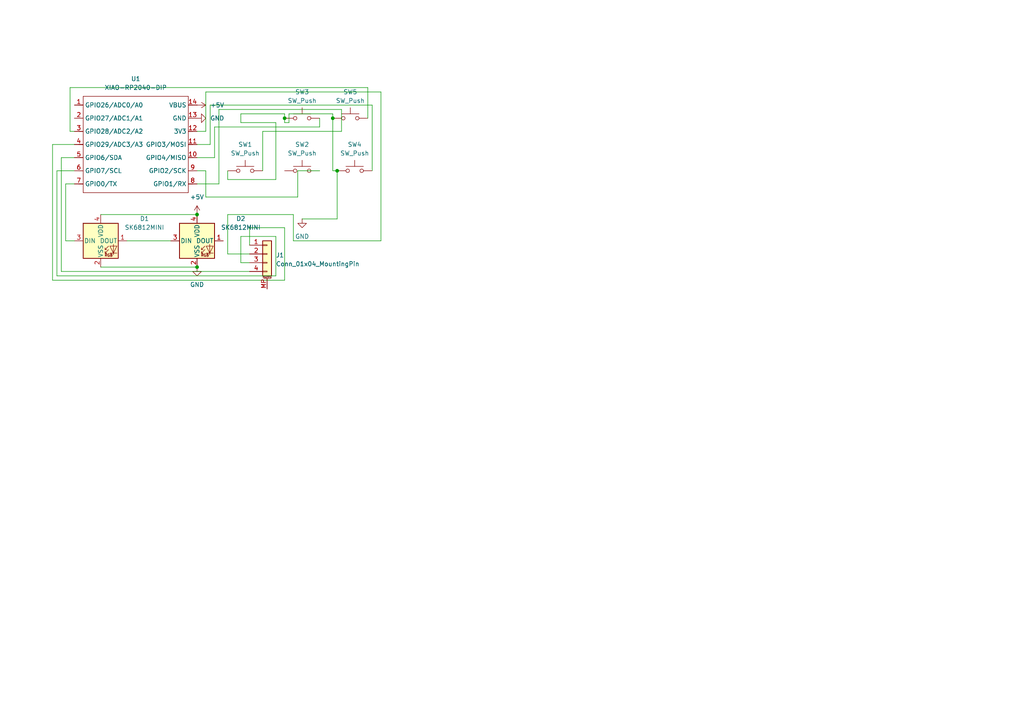
<source format=kicad_sch>
(kicad_sch (version 20250114) (generator "eeschema") (generator_version "9.0")
  (paper "A4")
  (lib_symbols
    (symbol "Connector_Generic_MountingPin:Conn_01x04_MountingPin" (pin_names (offset 1.016) (hide yes))
      (property "Reference" "J" (at 0 5.08 0))
      (property "Value" "Conn_01x04_MountingPin" (at 1.27 -7.62 0))
      (symbol "Conn_01x04_MountingPin_1_1"
        (rectangle (start -1.27 3.81) (end 1.27 -6.35) (stroke (width 0.254)) (fill (type background)))
        (rectangle (start -1.27 2.667) (end 0 2.413) (stroke (width 0.1524)))
        (rectangle (start -1.27 0.127) (end 0 -0.127) (stroke (width 0.1524)))
        (rectangle (start -1.27 -2.413) (end 0 -2.667) (stroke (width 0.1524)))
        (rectangle (start -1.27 -4.953) (end 0 -5.207) (stroke (width 0.1524)))
        (polyline (pts (xy -1.016 -7.112) (xy 1.016 -7.112)) (stroke (width 0.1524)))
        (text "Mounting" (at 0 -6.731 0) (effects (font (size 0.381 0.381))))
        (pin passive line (at -5.08 2.54 0) (length 3.81) (name "Pin_1") (number "1"))
        (pin passive line (at -5.08 0 0) (length 3.81) (name "Pin_2") (number "2"))
        (pin passive line (at -5.08 -2.54 0) (length 3.81) (name "Pin_3") (number "3"))
        (pin passive line (at -5.08 -5.08 0) (length 3.81) (name "Pin_4") (number "4"))
        (pin passive line (at 0 -10.16 90) (length 3.048) (name "MountPin") (number "MP"))
      )
    )
    (symbol "LED:SK6812MINI" (pin_names (offset 0.254))
      (property "Reference" "D" (at 5.08 5.715 0))
      (property "Value" "SK6812MINI" (at 1.27 -5.715 0))
      (symbol "SK6812MINI_0_0"
        (text "RGB" (at 2.286 -4.191 0) (effects (font (size 0.762 0.762))))
      )
      (symbol "SK6812MINI_0_1"
        (polyline (pts (xy 1.27 -2.54) (xy 1.778 -2.54)))
        (polyline (pts (xy 1.27 -3.556) (xy 1.778 -3.556)))
        (polyline (pts (xy 2.286 -1.524) (xy 1.27 -2.54) (xy 1.27 -2.032)))
        (polyline (pts (xy 2.286 -2.54) (xy 1.27 -3.556) (xy 1.27 -3.048)))
        (polyline (pts (xy 3.683 -1.016) (xy 3.683 -3.556) (xy 3.683 -4.064)))
        (polyline (pts (xy 4.699 -1.524) (xy 2.667 -1.524) (xy 3.683 -3.556) (xy 4.699 -1.524)))
        (polyline (pts (xy 4.699 -3.556) (xy 2.667 -3.556)))
        (rectangle (start 5.08 5.08) (end -5.08 -5.08) (stroke (width 0.254)) (fill (type background)))
      )
      (symbol "SK6812MINI_1_1"
        (pin input line (at -7.62 0 0) (length 2.54) (name "DIN") (number "3"))
        (pin power_in line (at 0 7.62 270) (length 2.54) (name "VDD") (number "4"))
        (pin power_in line (at 0 -7.62 90) (length 2.54) (name "VSS") (number "2"))
        (pin output line (at 7.62 0 180) (length 2.54) (name "DOUT") (number "1"))
      )
    )
    (symbol "OPL:XIAO-RP2040-DIP"
      (property "Reference" "U" (at 0 0 0))
      (property "Value" "XIAO-RP2040-DIP" (at 5.334 -1.778 0))
      (symbol "XIAO-RP2040-DIP_1_0"
        (polyline (pts (xy -1.27 -2.54) (xy 29.21 -2.54)) (stroke (width 0.1524)))
        (polyline (pts (xy -1.27 -5.08) (xy -2.54 -5.08)) (stroke (width 0.1524)))
        (polyline (pts (xy -1.27 -5.08) (xy -1.27 -2.54)) (stroke (width 0.1524)))
        (polyline (pts (xy -1.27 -8.89) (xy -2.54 -8.89)) (stroke (width 0.1524)))
        (polyline (pts (xy -1.27 -8.89) (xy -1.27 -5.08)) (stroke (width 0.1524)))
        (polyline (pts (xy -1.27 -12.7) (xy -2.54 -12.7)) (stroke (width 0.1524)))
        (polyline (pts (xy -1.27 -12.7) (xy -1.27 -8.89)) (stroke (width 0.1524)))
        (polyline (pts (xy -1.27 -16.51) (xy -2.54 -16.51)) (stroke (width 0.1524)))
        (polyline (pts (xy -1.27 -16.51) (xy -1.27 -12.7)) (stroke (width 0.1524)))
        (polyline (pts (xy -1.27 -20.32) (xy -2.54 -20.32)) (stroke (width 0.1524)))
        (polyline (pts (xy -1.27 -24.13) (xy -2.54 -24.13)) (stroke (width 0.1524)))
        (polyline (pts (xy -1.27 -27.94) (xy -2.54 -27.94)) (stroke (width 0.1524)))
        (polyline (pts (xy -1.27 -30.48) (xy -1.27 -16.51)) (stroke (width 0.1524)))
        (polyline (pts (xy 29.21 -2.54) (xy 29.21 -5.08)) (stroke (width 0.1524)))
        (polyline (pts (xy 29.21 -5.08) (xy 29.21 -8.89)) (stroke (width 0.1524)))
        (polyline (pts (xy 29.21 -8.89) (xy 29.21 -12.7)) (stroke (width 0.1524)))
        (polyline (pts (xy 29.21 -12.7) (xy 29.21 -30.48)) (stroke (width 0.1524)))
        (polyline (pts (xy 29.21 -30.48) (xy -1.27 -30.48)) (stroke (width 0.1524)))
        (polyline (pts (xy 30.48 -5.08) (xy 29.21 -5.08)) (stroke (width 0.1524)))
        (polyline (pts (xy 30.48 -8.89) (xy 29.21 -8.89)) (stroke (width 0.1524)))
        (polyline (pts (xy 30.48 -12.7) (xy 29.21 -12.7)) (stroke (width 0.1524)))
        (polyline (pts (xy 30.48 -16.51) (xy 29.21 -16.51)) (stroke (width 0.1524)))
        (polyline (pts (xy 30.48 -20.32) (xy 29.21 -20.32)) (stroke (width 0.1524)))
        (polyline (pts (xy 30.48 -24.13) (xy 29.21 -24.13)) (stroke (width 0.1524)))
        (polyline (pts (xy 30.48 -27.94) (xy 29.21 -27.94)) (stroke (width 0.1524)))
        (pin passive line (at -3.81 -5.08 0) (length 2.54) (name "GPIO26/ADC0/A0") (number "1"))
        (pin passive line (at -3.81 -8.89 0) (length 2.54) (name "GPIO27/ADC1/A1") (number "2"))
        (pin passive line (at -3.81 -12.7 0) (length 2.54) (name "GPIO28/ADC2/A2") (number "3"))
        (pin passive line (at -3.81 -16.51 0) (length 2.54) (name "GPIO29/ADC3/A3") (number "4"))
        (pin passive line (at -3.81 -20.32 0) (length 2.54) (name "GPIO6/SDA") (number "5"))
        (pin passive line (at -3.81 -24.13 0) (length 2.54) (name "GPIO7/SCL") (number "6"))
        (pin passive line (at -3.81 -27.94 0) (length 2.54) (name "GPIO0/TX") (number "7"))
        (pin passive line (at 31.75 -5.08 180) (length 2.54) (name "VBUS") (number "14"))
        (pin passive line (at 31.75 -8.89 180) (length 2.54) (name "GND") (number "13"))
        (pin passive line (at 31.75 -12.7 180) (length 2.54) (name "3V3") (number "12"))
        (pin passive line (at 31.75 -16.51 180) (length 2.54) (name "GPIO3/MOSI") (number "11"))
        (pin passive line (at 31.75 -20.32 180) (length 2.54) (name "GPIO4/MISO") (number "10"))
        (pin passive line (at 31.75 -24.13 180) (length 2.54) (name "GPIO2/SCK") (number "9"))
        (pin passive line (at 31.75 -27.94 180) (length 2.54) (name "GPIO1/RX") (number "8"))
      )
    )
    (symbol "Switch:SW_Push" (pin_numbers (hide yes)) (pin_names (offset 1.016) (hide yes))
      (property "Reference" "SW" (at 1.27 2.54 0))
      (property "Value" "SW_Push" (at 0 -1.524 0))
      (symbol "SW_Push_0_1"
        (circle (center -2.032 0) (radius 0.508))
        (polyline (pts (xy 0 1.27) (xy 0 3.048)))
        (circle (center 2.032 0) (radius 0.508))
        (polyline (pts (xy 2.54 1.27) (xy -2.54 1.27)))
        (pin passive line (at -5.08 0 0) (length 2.54) (name "1") (number "1"))
        (pin passive line (at 5.08 0 180) (length 2.54) (name "2") (number "2"))
      )
    )
    (symbol "power:+5V" (power) (pin_numbers (hide yes)) (pin_names (offset 0) (hide yes))
      (property "Value" "+5V" (at 0 3.556 0))
      (symbol "+5V_0_1"
        (polyline (pts (xy -0.762 1.27) (xy 0 2.54)))
        (polyline (pts (xy 0 2.54) (xy 0.762 1.27)))
        (polyline (pts (xy 0 0) (xy 0 2.54)))
      )
      (symbol "+5V_1_1"
        (pin power_in line (at 0 0 90) (length 0) (name "~") (number "1"))
      )
    )
    (symbol "power:GND" (power) (pin_numbers (hide yes)) (pin_names (offset 0) (hide yes))
      (property "Value" "GND" (at 0 -3.81 0))
      (symbol "GND_0_1"
        (polyline (pts (xy 0 0) (xy 0 -1.27) (xy 1.27 -1.27) (xy 0 -2.54) (xy -1.27 -1.27) (xy 0 -1.27)))
      )
      (symbol "GND_1_1"
        (pin power_in line (at 0 0 270) (length 0) (name "~") (number "1"))
      )
    )
  )
  (junction (at 82.55 34.29))
  (junction (at 97.79 49.53))
  (junction (at 57.15 62.23))
  (junction (at 96.52 34.29))
  (junction (at 57.15 77.47))
  (wire (pts (xy 80.01 80.01) (xy 16.51 80.01)))
  (wire (pts (xy 85.09 69.85) (xy 110.49 69.85)))
  (wire (pts (xy 16.51 80.01) (xy 16.51 49.53)))
  (wire (pts (xy 66.04 73.66) (xy 66.04 62.23)))
  (wire (pts (xy 76.2 38.1) (xy 99.06 38.1)))
  (wire (pts (xy 63.5 31.75) (xy 63.5 53.34)))
  (wire (pts (xy 92.71 34.29) (xy 92.71 36.83)))
  (wire (pts (xy 60.96 30.48) (xy 60.96 41.91)))
  (wire (pts (xy 15.24 81.28) (xy 15.24 41.91)))
  (wire (pts (xy 80.01 68.58) (xy 80.01 80.01)))
  (wire (pts (xy 97.79 49.53) (xy 97.79 63.5)))
  (wire (pts (xy 82.55 35.56) (xy 83.82 35.56)))
  (wire (pts (xy 110.49 69.85) (xy 110.49 26.67)))
  (wire (pts (xy 72.39 71.12) (xy 72.39 66.04)))
  (wire (pts (xy 92.71 36.83) (xy 62.23 36.83)))
  (wire (pts (xy 57.15 53.34) (xy 63.5 53.34)))
  (wire (pts (xy 86.36 57.15) (xy 59.69 57.15)))
  (wire (pts (xy 17.78 78.74) (xy 17.78 45.72)))
  (wire (pts (xy 62.23 36.83) (xy 62.23 45.72)))
  (wire (pts (xy 83.82 33.02) (xy 96.52 33.02)))
  (wire (pts (xy 69.85 68.58) (xy 80.01 68.58)))
  (wire (pts (xy 15.24 41.91) (xy 21.59 41.91)))
  (wire (pts (xy 17.78 45.72) (xy 21.59 45.72)))
  (wire (pts (xy 82.55 33.02) (xy 82.55 34.29)))
  (wire (pts (xy 82.55 34.29) (xy 82.55 35.56)))
  (wire (pts (xy 82.55 81.28) (xy 15.24 81.28)))
  (wire (pts (xy 21.59 69.85) (xy 19.05 69.85)))
  (wire (pts (xy 62.23 45.72) (xy 57.15 45.72)))
  (wire (pts (xy 20.32 25.4) (xy 20.32 38.1)))
  (wire (pts (xy 59.69 38.1) (xy 57.15 38.1)))
  (wire (pts (xy 85.09 62.23) (xy 85.09 69.85)))
  (wire (pts (xy 63.5 31.75) (xy 99.06 31.75)))
  (wire (pts (xy 59.69 49.53) (xy 57.15 49.53)))
  (wire (pts (xy 19.05 53.34) (xy 21.59 53.34)))
  (wire (pts (xy 66.04 62.23) (xy 85.09 62.23)))
  (wire (pts (xy 72.39 78.74) (xy 17.78 78.74)))
  (wire (pts (xy 72.39 73.66) (xy 66.04 73.66)))
  (wire (pts (xy 106.68 34.29) (xy 106.68 25.4)))
  (wire (pts (xy 29.21 62.23) (xy 57.15 62.23)))
  (wire (pts (xy 96.52 34.29) (xy 96.52 49.53)))
  (wire (pts (xy 86.36 49.53) (xy 86.36 57.15)))
  (wire (pts (xy 69.85 76.2) (xy 69.85 68.58)))
  (wire (pts (xy 69.85 33.02) (xy 82.55 33.02)))
  (wire (pts (xy 96.52 33.02) (xy 96.52 34.29)))
  (wire (pts (xy 72.39 76.2) (xy 69.85 76.2)))
  (wire (pts (xy 66.04 49.53) (xy 66.04 52.07)))
  (wire (pts (xy 19.05 69.85) (xy 19.05 53.34)))
  (wire (pts (xy 99.06 38.1) (xy 99.06 31.75)))
  (wire (pts (xy 76.2 49.53) (xy 76.2 38.1)))
  (wire (pts (xy 96.52 49.53) (xy 97.79 49.53)))
  (wire (pts (xy 97.79 63.5) (xy 87.63 63.5)))
  (wire (pts (xy 80.01 52.07) (xy 80.01 35.56)))
  (wire (pts (xy 83.82 35.56) (xy 83.82 33.02)))
  (wire (pts (xy 59.69 57.15) (xy 59.69 49.53)))
  (wire (pts (xy 107.95 49.53) (xy 107.95 30.48)))
  (wire (pts (xy 92.71 49.53) (xy 86.36 49.53)))
  (wire (pts (xy 110.49 26.67) (xy 59.69 26.67)))
  (wire (pts (xy 36.83 69.85) (xy 49.53 69.85)))
  (wire (pts (xy 106.68 25.4) (xy 20.32 25.4)))
  (wire (pts (xy 107.95 30.48) (xy 60.96 30.48)))
  (wire (pts (xy 20.32 38.1) (xy 21.59 38.1)))
  (wire (pts (xy 66.04 52.07) (xy 80.01 52.07)))
  (wire (pts (xy 72.39 66.04) (xy 82.55 66.04)))
  (wire (pts (xy 59.69 26.67) (xy 59.69 38.1)))
  (wire (pts (xy 69.85 33.02) (xy 69.85 35.56)))
  (wire (pts (xy 29.21 77.47) (xy 57.15 77.47)))
  (wire (pts (xy 16.51 49.53) (xy 21.59 49.53)))
  (wire (pts (xy 80.01 35.56) (xy 69.85 35.56)))
  (wire (pts (xy 60.96 41.91) (xy 57.15 41.91)))
  (wire (pts (xy 82.55 66.04) (xy 82.55 81.28)))
  (symbol (lib_id "Switch:SW_Push") (at 87.63 49.53 0) (unit 1)
    (property "Reference" "SW2" (at 87.63 41.91 0))
    (property "Value" "SW_Push" (at 87.63 44.45 0))
    (property "Footprint" "Button_Switch_Keyboard:SW_Cherry_MX_1.00u_PCB" (effects (hide yes)))
    (property "Description" "Push button switch, generic, two pins" (effects (hide yes)))
  )
  (symbol (lib_id "Switch:SW_Push") (at 71.12 49.53 0) (unit 1)
    (property "Reference" "SW1" (at 71.12 41.91 0))
    (property "Value" "SW_Push" (at 71.12 44.45 0))
    (property "Footprint" "Button_Switch_Keyboard:SW_Cherry_MX_1.00u_PCB" (effects (hide yes)))
    (property "Description" "Push button switch, generic, two pins" (effects (hide yes)))
  )
  (symbol (lib_id "Connector_Generic_MountingPin:Conn_01x04_MountingPin") (at 77.47 73.66 0) (unit 1)
    (property "Reference" "J1" (at 80.01 74.0155 0) (effects (justify left)))
    (property "Value" "Conn_01x04_MountingPin" (at 80.01 76.5555 0) (effects (justify left)))
    (property "Footprint" "OLED_Screen:SSD1306-0.91-OLED-4pin-128x32" (effects (hide yes)))
    (property "Description" "Generic connectable mounting pin connector, single row, 01x04, script generated (kicad-library-utils/schlib/autogen/connector/)" (effects (hide yes)))
  )
  (symbol (lib_id "Switch:SW_Push") (at 87.63 34.29 0) (unit 1)
    (property "Reference" "SW3" (at 87.63 26.67 0))
    (property "Value" "SW_Push" (at 87.63 29.21 0))
    (property "Footprint" "Button_Switch_Keyboard:SW_Cherry_MX_1.00u_PCB" (effects (hide yes)))
    (property "Description" "Push button switch, generic, two pins" (effects (hide yes)))
  )
  (symbol (lib_id "Switch:SW_Push") (at 102.87 49.53 0) (unit 1)
    (property "Reference" "SW4" (at 102.87 41.91 0))
    (property "Value" "SW_Push" (at 102.87 44.45 0))
    (property "Footprint" "Button_Switch_Keyboard:SW_Cherry_MX_1.00u_PCB" (effects (hide yes)))
    (property "Description" "Push button switch, generic, two pins" (effects (hide yes)))
  )
  (symbol (lib_id "LED:SK6812MINI") (at 29.21 69.85 0) (unit 1)
    (property "Reference" "D1" (at 41.91 63.4298 0))
    (property "Value" "SK6812MINI" (at 41.91 65.9698 0))
    (property "Footprint" "LED_SMD:LED_SK6812MINI_PLCC4_3.5x3.5mm_P1.75mm" (effects (hide yes)))
    (property "Datasheet" "https://cdn-shop.adafruit.com/product-files/2686/SK6812MINI_REV.01-1-2.pdf" (effects (hide yes)))
    (property "Description" "RGB LED with integrated controller" (effects (hide yes)))
  )
  (symbol (lib_id "power:GND") (at 57.15 34.29 90) (unit 1)
    (property "Reference" "#PWR01" (effects (hide yes)))
    (property "Value" "GND" (at 60.96 34.2899 90) (effects (justify right)))
    (property "Description" "Power symbol creates a global label with name \"GND\" , ground" (effects (hide yes)))
  )
  (symbol (lib_id "OPL:XIAO-RP2040-DIP") (at 25.4 25.4 0) (unit 1)
    (property "Reference" "U1" (at 39.37 22.86 0))
    (property "Value" "XIAO-RP2040-DIP" (at 39.37 25.4 0))
    (property "Footprint" "OPL:XIAO-RP2040-DIP" (effects (hide yes)))
  )
  (symbol (lib_id "Switch:SW_Push") (at 101.6 34.29 0) (unit 1)
    (property "Reference" "SW5" (at 101.6 26.67 0))
    (property "Value" "SW_Push" (at 101.6 29.21 0))
    (property "Footprint" "Button_Switch_Keyboard:SW_Cherry_MX_1.00u_PCB" (effects (hide yes)))
    (property "Description" "Push button switch, generic, two pins" (effects (hide yes)))
  )
  (symbol (lib_id "LED:SK6812MINI") (at 57.15 69.85 0) (unit 1)
    (property "Reference" "D2" (at 69.85 63.4298 0))
    (property "Value" "SK6812MINI" (at 69.85 65.9698 0))
    (property "Footprint" "LED_SMD:LED_SK6812MINI_PLCC4_3.5x3.5mm_P1.75mm" (effects (hide yes)))
    (property "Datasheet" "https://cdn-shop.adafruit.com/product-files/2686/SK6812MINI_REV.01-1-2.pdf" (effects (hide yes)))
    (property "Description" "RGB LED with integrated controller" (effects (hide yes)))
  )
  (symbol (lib_id "power:+5V") (at 57.15 62.23 0) (unit 1)
    (property "Reference" "#PWR05" (effects (hide yes)))
    (property "Value" "+5V" (at 57.15 57.15 0))
    (property "Description" "Power symbol creates a global label with name \"+5V\"" (effects (hide yes)))
  )
  (symbol (lib_id "power:GND") (at 87.63 63.5 0) (unit 1)
    (property "Reference" "#PWR02" (effects (hide yes)))
    (property "Value" "GND" (at 87.63 68.58 0))
    (property "Description" "Power symbol creates a global label with name \"GND\" , ground" (effects (hide yes)))
  )
  (symbol (lib_id "power:+5V") (at 57.15 30.48 270) (unit 1)
    (property "Reference" "#PWR03" (effects (hide yes)))
    (property "Value" "+5V" (at 60.96 30.4799 90) (effects (justify left)))
    (property "Description" "Power symbol creates a global label with name \"+5V\"" (effects (hide yes)))
  )
  (symbol (lib_id "power:GND") (at 57.15 77.47 0) (unit 1)
    (property "Reference" "#PWR04" (effects (hide yes)))
    (property "Value" "GND" (at 57.15 82.55 0))
    (property "Description" "Power symbol creates a global label with name \"GND\" , ground" (effects (hide yes)))
  )
)
</source>
